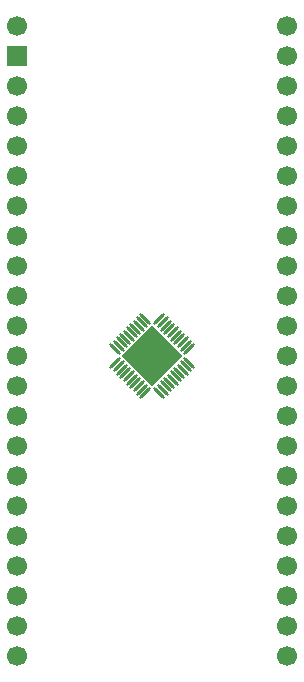
<source format=gts>
G04 #@! TF.GenerationSoftware,KiCad,Pcbnew,9.0.6*
G04 #@! TF.CreationDate,2026-01-08T21:28:12-06:00*
G04 #@! TF.ProjectId,QFN-40_5x5_P0.4,51464e2d-3430-45f3-9578-355f50302e34,rev?*
G04 #@! TF.SameCoordinates,Original*
G04 #@! TF.FileFunction,Soldermask,Top*
G04 #@! TF.FilePolarity,Negative*
%FSLAX46Y46*%
G04 Gerber Fmt 4.6, Leading zero omitted, Abs format (unit mm)*
G04 Created by KiCad (PCBNEW 9.0.6) date 2026-01-08 21:28:12*
%MOMM*%
%LPD*%
G01*
G04 APERTURE LIST*
G04 Aperture macros list*
%AMRoundRect*
0 Rectangle with rounded corners*
0 $1 Rounding radius*
0 $2 $3 $4 $5 $6 $7 $8 $9 X,Y pos of 4 corners*
0 Add a 4 corners polygon primitive as box body*
4,1,4,$2,$3,$4,$5,$6,$7,$8,$9,$2,$3,0*
0 Add four circle primitives for the rounded corners*
1,1,$1+$1,$2,$3*
1,1,$1+$1,$4,$5*
1,1,$1+$1,$6,$7*
1,1,$1+$1,$8,$9*
0 Add four rect primitives between the rounded corners*
20,1,$1+$1,$2,$3,$4,$5,0*
20,1,$1+$1,$4,$5,$6,$7,0*
20,1,$1+$1,$6,$7,$8,$9,0*
20,1,$1+$1,$8,$9,$2,$3,0*%
%AMRotRect*
0 Rectangle, with rotation*
0 The origin of the aperture is its center*
0 $1 length*
0 $2 width*
0 $3 Rotation angle, in degrees counterclockwise*
0 Add horizontal line*
21,1,$1,$2,0,0,$3*%
G04 Aperture macros list end*
%ADD10RoundRect,0.062500X-0.424264X0.335876X0.335876X-0.424264X0.424264X-0.335876X-0.335876X0.424264X0*%
%ADD11RoundRect,0.062500X-0.424264X-0.335876X-0.335876X-0.424264X0.424264X0.335876X0.335876X0.424264X0*%
%ADD12RotRect,3.600000X3.600000X315.000000*%
%ADD13C,1.700000*%
%ADD14R,1.700000X1.700000*%
G04 APERTURE END LIST*
D10*
X135551798Y-107639219D03*
X135268955Y-107922061D03*
X134986113Y-108204904D03*
X134703270Y-108487747D03*
X134420427Y-108770590D03*
X134137585Y-109053432D03*
X133854742Y-109336275D03*
X133571899Y-109619118D03*
X133289056Y-109901960D03*
X133006214Y-110184803D03*
D11*
X133006214Y-111369207D03*
X133289056Y-111652050D03*
X133571899Y-111934892D03*
X133854742Y-112217735D03*
X134137585Y-112500578D03*
X134420427Y-112783420D03*
X134703270Y-113066263D03*
X134986113Y-113349106D03*
X135268955Y-113631949D03*
X135551798Y-113914791D03*
D10*
X136736202Y-113914791D03*
X137019045Y-113631949D03*
X137301887Y-113349106D03*
X137584730Y-113066263D03*
X137867573Y-112783420D03*
X138150415Y-112500578D03*
X138433258Y-112217735D03*
X138716101Y-111934892D03*
X138998944Y-111652050D03*
X139281786Y-111369207D03*
D11*
X139281786Y-110184803D03*
X138998944Y-109901960D03*
X138716101Y-109619118D03*
X138433258Y-109336275D03*
X138150415Y-109053432D03*
X137867573Y-108770590D03*
X137584730Y-108487747D03*
X137301887Y-108204904D03*
X137019045Y-107922061D03*
X136736202Y-107639219D03*
D12*
X136144000Y-110777005D03*
D13*
X147574000Y-82804000D03*
X147574000Y-85344000D03*
X147574000Y-87884000D03*
X147574000Y-90424000D03*
X147574000Y-92964000D03*
X147574000Y-95504000D03*
X147574000Y-98044000D03*
X147574000Y-100584000D03*
X147574000Y-103124000D03*
X147574000Y-105664000D03*
X147574000Y-108204000D03*
X147574000Y-110744000D03*
X147574000Y-113284000D03*
X147574000Y-115824000D03*
X147574000Y-118364000D03*
X147574000Y-120904000D03*
X147574000Y-123444000D03*
X147574000Y-125984000D03*
X147574000Y-128524000D03*
X147574000Y-131064000D03*
X147574000Y-133604000D03*
X147574000Y-136144000D03*
X124714000Y-82804000D03*
D14*
X124714000Y-85344000D03*
D13*
X124714000Y-87884000D03*
X124714000Y-90424000D03*
X124714000Y-92964000D03*
X124714000Y-95504000D03*
X124714000Y-98044000D03*
X124714000Y-100584000D03*
X124714000Y-103124000D03*
X124714000Y-105664000D03*
X124714000Y-108204000D03*
X124714000Y-110744000D03*
X124714000Y-113284000D03*
X124714000Y-115824000D03*
X124714000Y-118364000D03*
X124714000Y-120904000D03*
X124714000Y-123444000D03*
X124714000Y-125984000D03*
X124714000Y-128524000D03*
X124714000Y-131064000D03*
X124714000Y-133604000D03*
X124714000Y-136144000D03*
M02*

</source>
